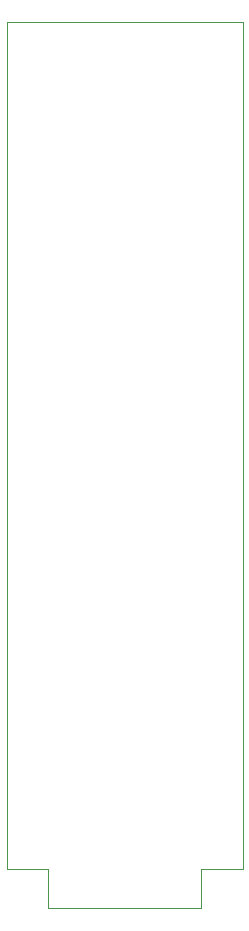
<source format=gbr>
%TF.GenerationSoftware,KiCad,Pcbnew,6.0.2*%
%TF.CreationDate,2022-05-05T15:52:24+02:00*%
%TF.ProjectId,espriktning-rear.sch,65737072-696b-4746-9e69-6e672d726561,rev?*%
%TF.SameCoordinates,Original*%
%TF.FileFunction,Profile,NP*%
%FSLAX46Y46*%
G04 Gerber Fmt 4.6, Leading zero omitted, Abs format (unit mm)*
G04 Created by KiCad (PCBNEW 6.0.2) date 2022-05-05 15:52:24*
%MOMM*%
%LPD*%
G01*
G04 APERTURE LIST*
%TA.AperFunction,Profile*%
%ADD10C,0.100000*%
%TD*%
G04 APERTURE END LIST*
D10*
X46500000Y-105000000D02*
X46500000Y-101700000D01*
X50000000Y-101700000D02*
X46500000Y-101700000D01*
X50000000Y-30000000D02*
X50000000Y-101700000D01*
X30000000Y-101700000D02*
X30000000Y-30000000D01*
X30000000Y-30000000D02*
X50000000Y-30000000D01*
X33500000Y-101700000D02*
X30000000Y-101700000D01*
X33500000Y-105000000D02*
X33500000Y-101700000D01*
X46500000Y-105000000D02*
X33500000Y-105000000D01*
M02*

</source>
